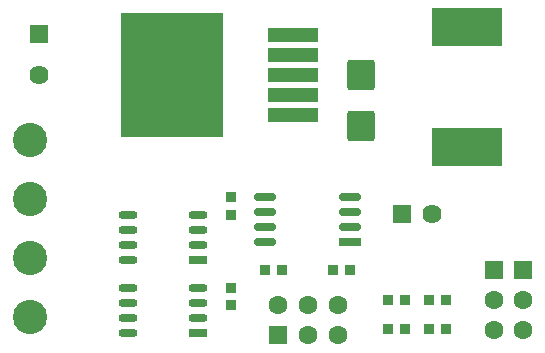
<source format=gts>
G04*
G04 #@! TF.GenerationSoftware,Altium Limited,Altium Designer,21.8.1 (53)*
G04*
G04 Layer_Color=8388736*
%FSLAX44Y44*%
%MOMM*%
G71*
G04*
G04 #@! TF.SameCoordinates,89A26796-2BA6-48C1-BC3F-9F2CA1C84395*
G04*
G04*
G04 #@! TF.FilePolarity,Negative*
G04*
G01*
G75*
%ADD15R,0.9000X0.9500*%
%ADD16O,1.6200X0.7100*%
%ADD17R,1.6200X0.7100*%
%ADD18C,1.6000*%
%ADD19R,1.6000X1.6000*%
%ADD20R,1.9000X0.7000*%
%ADD21O,1.9000X0.7000*%
%ADD22R,0.9500X0.9000*%
%ADD23R,8.7000X10.6000*%
%ADD24R,4.2500X1.2000*%
G04:AMPARAMS|DCode=25|XSize=2.6mm|YSize=2.4mm|CornerRadius=0.3375mm|HoleSize=0mm|Usage=FLASHONLY|Rotation=270.000|XOffset=0mm|YOffset=0mm|HoleType=Round|Shape=RoundedRectangle|*
%AMROUNDEDRECTD25*
21,1,2.6000,1.7250,0,0,270.0*
21,1,1.9250,2.4000,0,0,270.0*
1,1,0.6750,-0.8625,-0.9625*
1,1,0.6750,-0.8625,0.9625*
1,1,0.6750,0.8625,0.9625*
1,1,0.6750,0.8625,-0.9625*
%
%ADD25ROUNDEDRECTD25*%
%ADD26R,5.9000X3.2000*%
%ADD27R,1.6000X1.6000*%
%ADD28R,1.6240X1.6240*%
%ADD29C,1.6240*%
%ADD30R,1.6240X1.6240*%
%ADD31C,2.9000*%
D15*
X359750Y20000D02*
D03*
X345250D02*
D03*
Y45000D02*
D03*
X359750D02*
D03*
X299000Y70000D02*
D03*
X313500D02*
D03*
X380250Y20000D02*
D03*
X394750D02*
D03*
X380250Y45000D02*
D03*
X394750D02*
D03*
X241500Y70000D02*
D03*
X256000D02*
D03*
D16*
X125700Y54750D02*
D03*
Y42050D02*
D03*
Y29350D02*
D03*
Y16650D02*
D03*
X184300Y54750D02*
D03*
Y42050D02*
D03*
Y29350D02*
D03*
X125700Y117050D02*
D03*
Y104350D02*
D03*
Y91650D02*
D03*
Y78950D02*
D03*
X184300Y117050D02*
D03*
Y104350D02*
D03*
Y91650D02*
D03*
D17*
Y16650D02*
D03*
Y78950D02*
D03*
D18*
X277500Y15000D02*
D03*
Y40400D02*
D03*
X252100D02*
D03*
X302900Y15000D02*
D03*
Y40400D02*
D03*
X435000Y44600D02*
D03*
Y19200D02*
D03*
X460000D02*
D03*
Y44600D02*
D03*
D19*
X252100Y15000D02*
D03*
D20*
X313500Y93450D02*
D03*
D21*
Y106150D02*
D03*
Y118850D02*
D03*
Y131550D02*
D03*
X241500Y93450D02*
D03*
Y106150D02*
D03*
Y118850D02*
D03*
Y131550D02*
D03*
D22*
X212500Y40250D02*
D03*
Y54750D02*
D03*
Y117050D02*
D03*
Y131550D02*
D03*
D23*
X162500Y235000D02*
D03*
D24*
X265000Y252000D02*
D03*
Y269000D02*
D03*
Y201000D02*
D03*
Y235000D02*
D03*
Y218000D02*
D03*
D25*
X322500Y192000D02*
D03*
Y235000D02*
D03*
D26*
X412498Y275500D02*
D03*
Y174500D02*
D03*
D27*
X435000Y70000D02*
D03*
X460000D02*
D03*
D28*
X357500Y117500D02*
D03*
D29*
X382500D02*
D03*
X50000Y235000D02*
D03*
D30*
Y270000D02*
D03*
D31*
X42500Y180000D02*
D03*
Y130000D02*
D03*
Y80000D02*
D03*
Y30000D02*
D03*
M02*

</source>
